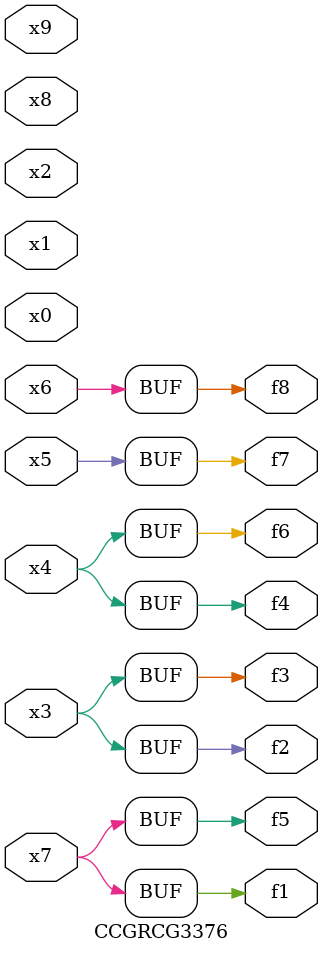
<source format=v>
module CCGRCG3376(
	input x0, x1, x2, x3, x4, x5, x6, x7, x8, x9,
	output f1, f2, f3, f4, f5, f6, f7, f8
);
	assign f1 = x7;
	assign f2 = x3;
	assign f3 = x3;
	assign f4 = x4;
	assign f5 = x7;
	assign f6 = x4;
	assign f7 = x5;
	assign f8 = x6;
endmodule

</source>
